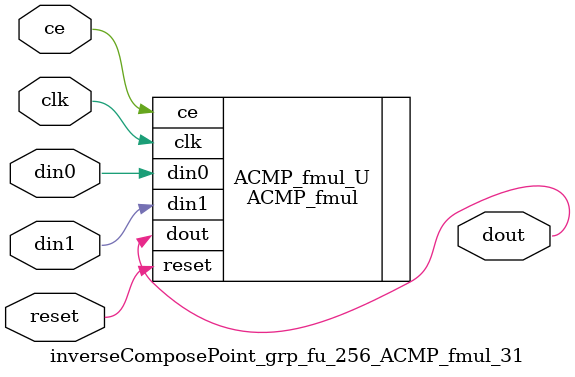
<source format=v>

`timescale 1 ns / 1 ps
module inverseComposePoint_grp_fu_256_ACMP_fmul_31(
    clk,
    reset,
    ce,
    din0,
    din1,
    dout);

parameter ID = 32'd1;
parameter NUM_STAGE = 32'd1;
parameter din0_WIDTH = 32'd1;
parameter din1_WIDTH = 32'd1;
parameter dout_WIDTH = 32'd1;
input clk;
input reset;
input ce;
input[din0_WIDTH - 1:0] din0;
input[din1_WIDTH - 1:0] din1;
output[dout_WIDTH - 1:0] dout;



ACMP_fmul #(
.ID( ID ),
.NUM_STAGE( 4 ),
.din0_WIDTH( din0_WIDTH ),
.din1_WIDTH( din1_WIDTH ),
.dout_WIDTH( dout_WIDTH ))
ACMP_fmul_U(
    .clk( clk ),
    .reset( reset ),
    .ce( ce ),
    .din0( din0 ),
    .din1( din1 ),
    .dout( dout ));

endmodule

</source>
